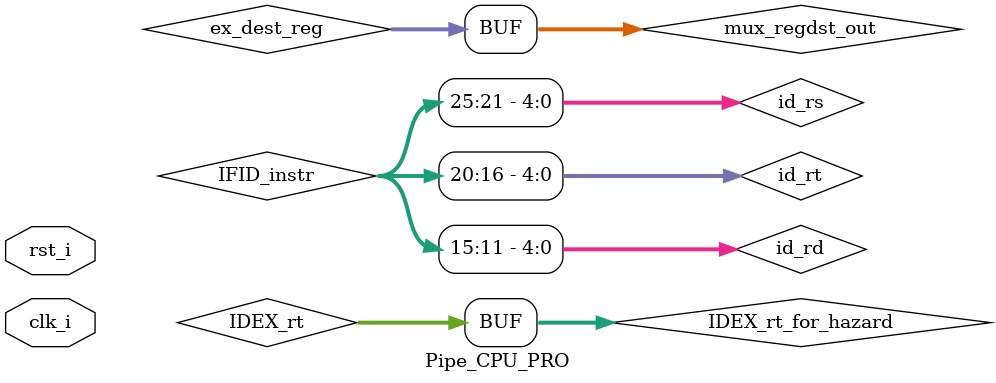
<source format=v>

`include "Adder.v"
`include "ALU_Ctrl.v"
`include "ALU.v"
`include "Data_Memory.v"
`include "Decoder.v"
`include "Forwarding_Unit.v"
`include "Hazard_Detection.v"
`include "Instruction_Memory.v"
`include "MUX_2to1.v"
`include "MUX_3to1.v"
`include "Reg_File.v"
`include "Shift_Left_Two_32.v"
`include "Sign_Extend.v"
`include "Pipe_Reg.v"
`include "ProgramCounter.v"
`include "Shifter.v"

`timescale 1ns / 1ps

module Pipe_CPU_PRO(
    clk_i,
    rst_i
);

//========================================
//  I/O port
//========================================
input clk_i;
input rst_i;


//=====================================================================
//  Internal signal  (宣告所有 pipeline 之間要傳遞的 wire)
//=====================================================================

// ---- IF stage ------------------------------------------------------
wire [31:0] pc_current, pc_next, pc_plus4, pc_branch, pc_jump;
wire        pc_write;            // 由 Hazard_Detection 產生
wire [31:0] instr_if;

// IF/ID pipeline latch -------------
wire [31:0] IFID_pc4, IFID_instr;
wire        IFID_write, IFID_flush;

// ---- ID stage ------------------------------------------------------
wire [ 1:0]  id_reg_dst, id_alu_op, id_branch, id_mem_to_reg;
wire         id_alu_src, id_reg_write, id_mem_read, id_mem_write, id_jump;
wire [31:0]  id_rs_data, id_rt_data, id_sign_ext, id_branch_addr;
wire         id_jump_reg;

wire [4:0]   id_rs, id_rt, id_rd;   // index
assign id_rs = IFID_instr[25:21];
assign id_rt = IFID_instr[20:16];
assign id_rd = IFID_instr[15:11];
assign id_jump_reg = (IFID_instr[31:26]==6'b000000 && IFID_instr[5:0]==6'b001000);

// ---- ID/EX pipeline latch ----------------
wire [31:0] IDEX_pc4, IDEX_rs_data, IDEX_rt_data, IDEX_sign_ext, IDEX_shifted;
wire [4:0]  IDEX_rs, IDEX_rt, IDEX_rd;
wire [1:0]  IDEX_reg_dst, IDEX_alu_op, IDEX_branch, IDEX_mem_to_reg;
wire        IDEX_alu_src, IDEX_reg_write, IDEX_mem_read, IDEX_mem_write;
wire        IDEX_jump_reg, IDEX_shift_content, IDEX_flush;

// 為 Hazard / Forwarding 提供訊號
wire [4:0]  IDEX_rt_for_hazard = IDEX_rt;   // load 指令的目的暫存器
wire        IDEX_is_load       = IDEX_mem_read;

// ---- EX stage ------------------------------------------------------
wire [3:0]  ex_alu_ctrl;
wire [31:0] ex_alu_src1, ex_alu_src2, ex_alu_result, ex_shifter_result;
wire        ex_zero;
wire [1:0]  forward_a, forward_b;   // 由 Forwarding_Unit 給
wire [4:0]  ex_dest_reg;           // 寫回 register index after MUX(RegDst)

// EX/MEM pipeline latch --------------
wire [31:0] EXMEM_alu_result, EXMEM_rt_data, EXMEM_branch_addr;
wire        EXMEM_zero;
wire [4:0]  EXMEM_rd;
wire [1:0]  EXMEM_branch, EXMEM_mem_to_reg;
wire        EXMEM_reg_write, EXMEM_mem_read, EXMEM_mem_write;
wire        EXMEM_flush;

// ---- MEM stage -----------------------------------------------------
wire [31:0] mem_data_out;
wire        branch_taken;

assign branch_taken =
       (EXMEM_branch[0] &  EXMEM_zero) |
       (EXMEM_branch[1] & ~EXMEM_zero);

// MEM/WB pipeline latch -------------
wire [31:0] MEMWB_mem_out, MEMWB_alu_out;
wire [4:0]  MEMWB_rd;
wire [1:0]  MEMWB_mem_to_reg;
wire        MEMWB_reg_write;

// ---- WB stage ------------------------------------------------------
wire [31:0] wb_write_data;


//=====================================================================
//  Hazard-Detection  &  Forwarding units
//=====================================================================

Hazard_Detection HDU(
    .memread   (IDEX_is_load),
    .instr_i   (IFID_instr),
    .idex_regt (IDEX_rt_for_hazard),
    .branch    (branch_taken),
    .pcwrite   (pc_write),
    .ifid_write(IFID_write),
    .ifid_flush(IFID_flush),
    .idex_flush(IDEX_flush),
    .exmem_flush(EXMEM_flush)
);

Forwarding_Unit FU(
    .regwrite_mem(EXMEM_reg_write),
    .regwrite_wb (MEMWB_reg_write),
    .idex_regs   (IDEX_rs),
    .idex_regt   (IDEX_rt),
    .exmem_regd  (EXMEM_rd),
    .memwb_regd  (MEMWB_rd),
    .forwarda    (forward_a),
    .forwardb    (forward_b)
);


//=====================================================================
//  IF  stage
//=====================================================================

// --- Program Counter ---
ProgramCounter PC(
    .clk_i (clk_i),
    .rst_i (rst_i),
    .pc_in_i(pc_next),
    .pc_out_o(pc_current),
    .pc_write(pc_write)        // 0 = stall; 1 = normal count
);

// --- PC+4 ---
Adder Adder_PC_4(
    .src1_i(pc_current),
    .src2_i(32'd4),
    .sum_o (pc_plus4)
);

// --- Instruction memory ---
Instruction_Memory IM(
    .addr_i (pc_current),
    .instr_o(instr_if)
);

// --- IF/ID pipeline register (帶 stall / flush) ---
Pipe_Reg #(.size(64)) IF_ID(
    .clk_i  (clk_i),
    .rst_i  (rst_i),
    .data_i ({pc_plus4, instr_if}),
    .data_o ({IFID_pc4, IFID_instr}),
    .write(IFID_write),
    .flush(IFID_flush)
);


//=====================================================================
//  ID  stage
//=====================================================================

// --- Main decoder ---
Decoder DEC(
    .instr_op_i (IFID_instr[31:26]),
    .ALUOp_o    (id_alu_op),
    .ALUSrc_o   (id_alu_src),
    .RegWrite_o (id_reg_write),
    .RegDst_o   (id_reg_dst),
    .Branch_o   (id_branch),
    .MemRead_o  (id_mem_read),
    .MemWrite_o (id_mem_write),
    .MemtoReg_o (id_mem_to_reg)
);

// --- Register File ---
Reg_File RF(
    .clk_i      (clk_i),
    .rst_i      (rst_i),
    .RSaddr_i   (id_rs),
    .RTaddr_i   (id_rt),
    .RDaddr_i   (MEMWB_rd),
    .RDdata_i   (wb_write_data),
    .RegWrite_i (MEMWB_reg_write & ~id_jump_reg),
    .RSdata_o   (id_rs_data),
    .RTdata_o   (id_rt_data)
);

// --- Immediate sign-extend & left-shift(<<2) ---
Sign_Extend SE(
    .data_i(IFID_instr[15:0]),
    .data_o(id_sign_ext)
);



// --- ID/EX  pipeline register ---
Pipe_Reg #(.size(32+32+32+5+5+5+13+32)) ID_EX(   // 14 control bits packed
    .clk_i  (clk_i),
    .rst_i  (rst_i),
    .data_i ({
               IFID_pc4,              // 32
               id_rs_data,            // 32
               id_rt_data,            // 32
               id_rs, id_rt, id_rd,   // 15
               /* control signals below (packed) */
               id_reg_write,          // 1
               id_mem_to_reg,         // 2
               id_mem_read,           // 1
               id_mem_write,          // 1
               id_branch,             // 2
               id_reg_dst,            // 2
               id_alu_op,             // 2
               id_alu_src,            // 1
               id_jump_reg,           // 1
               id_sign_ext           // 32
              }),
    .data_o ({
               IDEX_pc4,
               IDEX_rs_data,
               IDEX_rt_data,
               IDEX_rs, IDEX_rt, IDEX_rd,
               /* control */ 
               IDEX_reg_write,
               IDEX_mem_to_reg,
               IDEX_mem_read,
               IDEX_mem_write,
               IDEX_branch,
               IDEX_reg_dst,
               IDEX_alu_op,
               IDEX_alu_src,
               IDEX_jump_reg,
               IDEX_sign_ext
              }),
    .write(1'b1),
    .flush(IDEX_flush)
);


//=====================================================================
//  EX  stage
//=====================================================================

// ---- ALU control unit ----

ALU_Ctrl AC(
    .funct_i    (IDEX_sign_ext[5:0]),        // 對 R-type 有用
    .ALUOp_i    (IDEX_alu_op),
    .ALUCtrl_o  (ex_alu_ctrl),
    .shift_content(IDEX_shift_content)
);

Shift_Left_Two_32 SLT2(
    .data_i(IDEX_sign_ext),
    .data_o(IDEX_shifted)
);

Adder Adder_PC_Branch(
    .src1_i(IDEX_pc4),
    .src2_i(IDEX_shifted),
    .sum_o(id_branch_addr)
);

// ---- 寫入目標暫存器選擇 (RegDst) ----
wire [4:0] mux_regdst_out;
MUX_3to1 #(.size(5)) MUX_RegDst(
    .data0_i(IDEX_rt),
    .data1_i(IDEX_rd),
    .data2_i(5'd31),             // $ra
    .select_i(IDEX_reg_dst),
    .data_o(mux_regdst_out)
);
assign ex_dest_reg = mux_regdst_out;

// ---- ALU operand forward mux (A) ----
wire [31:0] alu_src1_pre;
MUX_3to1 #(.size(32)) MUX_ForwardA(
    .data0_i(IDEX_rs_data),
    .data1_i(wb_write_data),     // from WB
    .data2_i(EXMEM_alu_result),  // from MEM
    .select_i(forward_a),
    .data_o(alu_src1_pre)
);

// ---- ALU operand forward mux (B) ----
wire [31:0] alu_src2_pre;
MUX_3to1 #(.size(32)) MUX_ForwardB(
    .data0_i(IDEX_rt_data),
    .data1_i(wb_write_data),
    .data2_i(EXMEM_alu_result),
    .select_i(forward_b),
    .data_o(alu_src2_pre)
);

// ---- ALUSrc mux ----
MUX_2to1 #(.size(32)) MUX_ALUSrc(
    .data0_i(alu_src2_pre),
    .data1_i(IDEX_sign_ext),
    .select_i(IDEX_alu_src),
    .data_o(ex_alu_src2)
);
assign ex_alu_src1 = alu_src1_pre;

// ---- Shifter (若是 shift 指令) ----
Shifter SHFT(
    .data_i    (ex_alu_src2),
    .shamt     (IDEX_sign_ext[10:6]),
    .ctrl_i    (ex_alu_ctrl),
    .data_o    (ex_shifter_result)
);

// ---- 真正 ALU ----
ALU ALU(
    .src1_i  (ex_alu_src1),
    .src2_i  (ex_alu_src2),
    .ctrl_i  (ex_alu_ctrl),
    .result_o(ex_alu_result),
    .zero_o  (ex_zero)
);

// ---- ALU / Shifter result 選擇 ----
wire [31:0] ex_final_alu_result;
MUX_2to1 #(.size(32)) MUX_ShiftOrALU(
    .data0_i(ex_alu_result),
    .data1_i(ex_shifter_result),
    .select_i(IDEX_shift_content),
    .data_o(ex_final_alu_result)
);

// ---- EX/MEM pipeline latch ----
Pipe_Reg #(.size(32+32+32+5+8)) EX_MEM(
    .clk_i  (clk_i),
    .rst_i  (rst_i),
    .data_i ({
               ex_final_alu_result,   // 32
               alu_src2_pre,          // 寫入 memory 的資料 (原 RT)
               id_branch_addr,          // 寫入暫存器的 index (RD)
               ex_dest_reg,           // 5
               /* control */
               IDEX_reg_write,        // 1
               IDEX_mem_to_reg,       // 2
               IDEX_mem_read,         // 1
               IDEX_mem_write,        // 1
               IDEX_branch,           // 2
               ex_zero               // 1
               //EXMEM_flush            // 1  (預先給一位佔位 flush 給下一級用)
              }),
    .data_o ({
               EXMEM_alu_result,
               EXMEM_rt_data,
               EXMEM_branch_addr,
               EXMEM_rd,
               EXMEM_reg_write,
               EXMEM_mem_to_reg,
               EXMEM_mem_read,
               EXMEM_mem_write,
               EXMEM_branch,
               EXMEM_zero
              }),
    .write(1'b1),
    .flush(EXMEM_flush)
);


//=====================================================================
//  MEM stage
//=====================================================================

// ---- Data memory ----
Data_Memory DM(
    .clk_i     (clk_i),
    .addr_i    (EXMEM_alu_result),
    .data_i    (EXMEM_rt_data),
    .MemRead_i (EXMEM_mem_read),
    .MemWrite_i(EXMEM_mem_write),
    .data_o    (mem_data_out)
);


wire [31:0] pc_branch_mux;
MUX_2to1 #(.size(32)) MUX_Branch(
    .data0_i(pc_plus4),
    .data1_i(EXMEM_branch_addr),
    .select_i(branch_taken),
    .data_o (pc_branch_mux)
);

MUX_2to1 #(.size(32)) MUX_Jump(
    .data0_i(pc_branch_mux),
    .data1_i({IFID_pc4[31:28], IFID_instr[25:0], 2'b00}),
    .select_i(1'b0),
    .data_o (pc_jump)
);

MUX_2to1 #(.size(32)) MUX_JumpReg(
    .data0_i(pc_jump),
    .data1_i(id_rs_data),
    .select_i(id_jump_reg),
    .data_o (pc_next)
);

// ---- MEM/WB pipeline latch ----
Pipe_Reg #(.size(32+32+5+1+2)) MEM_WB(
    .clk_i  (clk_i),
    .rst_i  (rst_i),
    .data_i ({
               mem_data_out,          // 32
               EXMEM_alu_result,      // 32
               EXMEM_rd,              // 5
               EXMEM_reg_write,       // 1
               EXMEM_mem_to_reg       // 2
              }),
    .data_o ({
               MEMWB_mem_out,
               MEMWB_alu_out,
               MEMWB_rd,
               MEMWB_reg_write,
               MEMWB_mem_to_reg
              }),
    .write(1'b1),
    .flush(1'b0)
);


//=====================================================================
//  WB stage
//=====================================================================

MUX_3to1 #(.size(32)) MUX_MemToReg(
    .data0_i(MEMWB_alu_out),
    .data1_i(MEMWB_mem_out),
    .data2_i(IFID_pc4),          // JAL link addr
    .select_i(MEMWB_mem_to_reg),
    .data_o (wb_write_data)
);


//=====================================================================
//  End of module
//=====================================================================
endmodule

</source>
